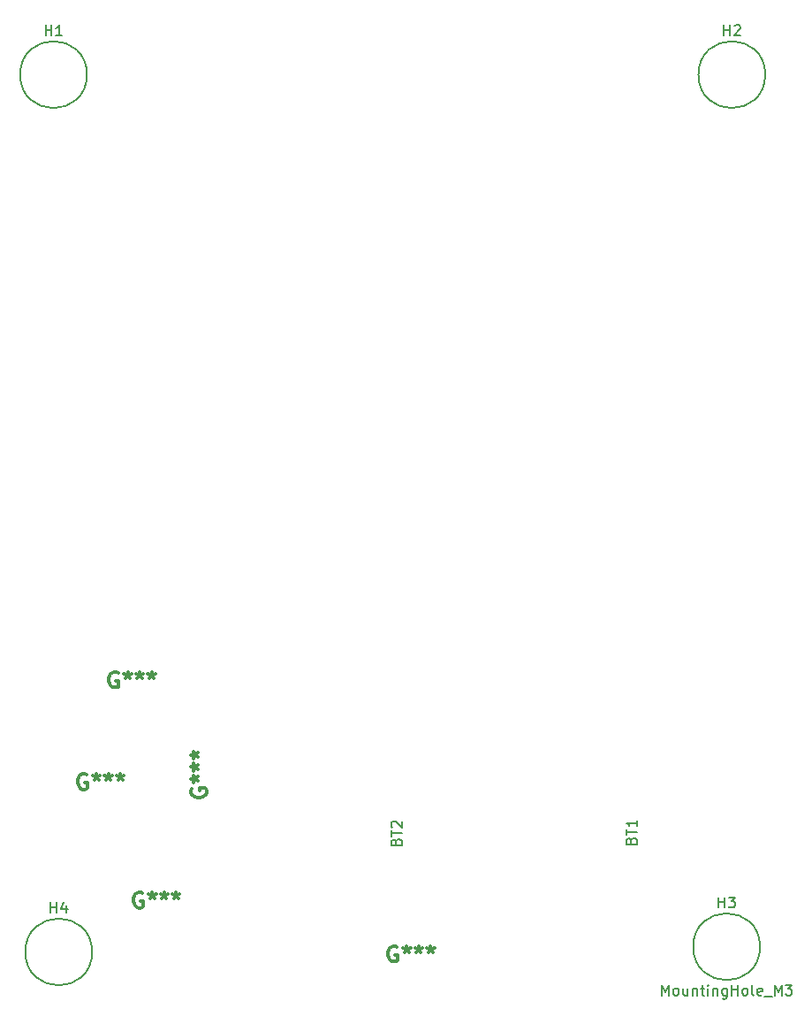
<source format=gbr>
%TF.GenerationSoftware,KiCad,Pcbnew,8.0.4*%
%TF.CreationDate,2024-08-28T17:55:56-04:00*%
%TF.ProjectId,imu-array,696d752d-6172-4726-9179-2e6b69636164,rev?*%
%TF.SameCoordinates,Original*%
%TF.FileFunction,Other,Comment*%
%FSLAX46Y46*%
G04 Gerber Fmt 4.6, Leading zero omitted, Abs format (unit mm)*
G04 Created by KiCad (PCBNEW 8.0.4) date 2024-08-28 17:55:56*
%MOMM*%
%LPD*%
G01*
G04 APERTURE LIST*
%ADD10C,0.300000*%
%ADD11C,0.150000*%
G04 APERTURE END LIST*
D10*
X165749757Y-101366916D02*
X165678328Y-101509774D01*
X165678328Y-101509774D02*
X165678328Y-101724059D01*
X165678328Y-101724059D02*
X165749757Y-101938345D01*
X165749757Y-101938345D02*
X165892614Y-102081202D01*
X165892614Y-102081202D02*
X166035471Y-102152631D01*
X166035471Y-102152631D02*
X166321185Y-102224059D01*
X166321185Y-102224059D02*
X166535471Y-102224059D01*
X166535471Y-102224059D02*
X166821185Y-102152631D01*
X166821185Y-102152631D02*
X166964042Y-102081202D01*
X166964042Y-102081202D02*
X167106900Y-101938345D01*
X167106900Y-101938345D02*
X167178328Y-101724059D01*
X167178328Y-101724059D02*
X167178328Y-101581202D01*
X167178328Y-101581202D02*
X167106900Y-101366916D01*
X167106900Y-101366916D02*
X167035471Y-101295488D01*
X167035471Y-101295488D02*
X166535471Y-101295488D01*
X166535471Y-101295488D02*
X166535471Y-101581202D01*
X165678328Y-100438345D02*
X166035471Y-100438345D01*
X165892614Y-100795488D02*
X166035471Y-100438345D01*
X166035471Y-100438345D02*
X165892614Y-100081202D01*
X166321185Y-100652631D02*
X166035471Y-100438345D01*
X166035471Y-100438345D02*
X166321185Y-100224059D01*
X165678328Y-99295488D02*
X166035471Y-99295488D01*
X165892614Y-99652631D02*
X166035471Y-99295488D01*
X166035471Y-99295488D02*
X165892614Y-98938345D01*
X166321185Y-99509774D02*
X166035471Y-99295488D01*
X166035471Y-99295488D02*
X166321185Y-99081202D01*
X165678328Y-98152631D02*
X166035471Y-98152631D01*
X165892614Y-98509774D02*
X166035471Y-98152631D01*
X166035471Y-98152631D02*
X165892614Y-97795488D01*
X166321185Y-98366917D02*
X166035471Y-98152631D01*
X166035471Y-98152631D02*
X166321185Y-97938345D01*
X155678572Y-99999757D02*
X155535715Y-99928328D01*
X155535715Y-99928328D02*
X155321429Y-99928328D01*
X155321429Y-99928328D02*
X155107143Y-99999757D01*
X155107143Y-99999757D02*
X154964286Y-100142614D01*
X154964286Y-100142614D02*
X154892857Y-100285471D01*
X154892857Y-100285471D02*
X154821429Y-100571185D01*
X154821429Y-100571185D02*
X154821429Y-100785471D01*
X154821429Y-100785471D02*
X154892857Y-101071185D01*
X154892857Y-101071185D02*
X154964286Y-101214042D01*
X154964286Y-101214042D02*
X155107143Y-101356900D01*
X155107143Y-101356900D02*
X155321429Y-101428328D01*
X155321429Y-101428328D02*
X155464286Y-101428328D01*
X155464286Y-101428328D02*
X155678572Y-101356900D01*
X155678572Y-101356900D02*
X155750000Y-101285471D01*
X155750000Y-101285471D02*
X155750000Y-100785471D01*
X155750000Y-100785471D02*
X155464286Y-100785471D01*
X156607143Y-99928328D02*
X156607143Y-100285471D01*
X156250000Y-100142614D02*
X156607143Y-100285471D01*
X156607143Y-100285471D02*
X156964286Y-100142614D01*
X156392857Y-100571185D02*
X156607143Y-100285471D01*
X156607143Y-100285471D02*
X156821429Y-100571185D01*
X157750000Y-99928328D02*
X157750000Y-100285471D01*
X157392857Y-100142614D02*
X157750000Y-100285471D01*
X157750000Y-100285471D02*
X158107143Y-100142614D01*
X157535714Y-100571185D02*
X157750000Y-100285471D01*
X157750000Y-100285471D02*
X157964286Y-100571185D01*
X158892857Y-99928328D02*
X158892857Y-100285471D01*
X158535714Y-100142614D02*
X158892857Y-100285471D01*
X158892857Y-100285471D02*
X159250000Y-100142614D01*
X158678571Y-100571185D02*
X158892857Y-100285471D01*
X158892857Y-100285471D02*
X159107143Y-100571185D01*
X185428572Y-116499757D02*
X185285715Y-116428328D01*
X185285715Y-116428328D02*
X185071429Y-116428328D01*
X185071429Y-116428328D02*
X184857143Y-116499757D01*
X184857143Y-116499757D02*
X184714286Y-116642614D01*
X184714286Y-116642614D02*
X184642857Y-116785471D01*
X184642857Y-116785471D02*
X184571429Y-117071185D01*
X184571429Y-117071185D02*
X184571429Y-117285471D01*
X184571429Y-117285471D02*
X184642857Y-117571185D01*
X184642857Y-117571185D02*
X184714286Y-117714042D01*
X184714286Y-117714042D02*
X184857143Y-117856900D01*
X184857143Y-117856900D02*
X185071429Y-117928328D01*
X185071429Y-117928328D02*
X185214286Y-117928328D01*
X185214286Y-117928328D02*
X185428572Y-117856900D01*
X185428572Y-117856900D02*
X185500000Y-117785471D01*
X185500000Y-117785471D02*
X185500000Y-117285471D01*
X185500000Y-117285471D02*
X185214286Y-117285471D01*
X186357143Y-116428328D02*
X186357143Y-116785471D01*
X186000000Y-116642614D02*
X186357143Y-116785471D01*
X186357143Y-116785471D02*
X186714286Y-116642614D01*
X186142857Y-117071185D02*
X186357143Y-116785471D01*
X186357143Y-116785471D02*
X186571429Y-117071185D01*
X187500000Y-116428328D02*
X187500000Y-116785471D01*
X187142857Y-116642614D02*
X187500000Y-116785471D01*
X187500000Y-116785471D02*
X187857143Y-116642614D01*
X187285714Y-117071185D02*
X187500000Y-116785471D01*
X187500000Y-116785471D02*
X187714286Y-117071185D01*
X188642857Y-116428328D02*
X188642857Y-116785471D01*
X188285714Y-116642614D02*
X188642857Y-116785471D01*
X188642857Y-116785471D02*
X189000000Y-116642614D01*
X188428571Y-117071185D02*
X188642857Y-116785471D01*
X188642857Y-116785471D02*
X188857143Y-117071185D01*
X161029735Y-111336579D02*
X160886878Y-111265150D01*
X160886878Y-111265150D02*
X160672592Y-111265150D01*
X160672592Y-111265150D02*
X160458306Y-111336579D01*
X160458306Y-111336579D02*
X160315449Y-111479436D01*
X160315449Y-111479436D02*
X160244020Y-111622293D01*
X160244020Y-111622293D02*
X160172592Y-111908007D01*
X160172592Y-111908007D02*
X160172592Y-112122293D01*
X160172592Y-112122293D02*
X160244020Y-112408007D01*
X160244020Y-112408007D02*
X160315449Y-112550864D01*
X160315449Y-112550864D02*
X160458306Y-112693722D01*
X160458306Y-112693722D02*
X160672592Y-112765150D01*
X160672592Y-112765150D02*
X160815449Y-112765150D01*
X160815449Y-112765150D02*
X161029735Y-112693722D01*
X161029735Y-112693722D02*
X161101163Y-112622293D01*
X161101163Y-112622293D02*
X161101163Y-112122293D01*
X161101163Y-112122293D02*
X160815449Y-112122293D01*
X161958306Y-111265150D02*
X161958306Y-111622293D01*
X161601163Y-111479436D02*
X161958306Y-111622293D01*
X161958306Y-111622293D02*
X162315449Y-111479436D01*
X161744020Y-111908007D02*
X161958306Y-111622293D01*
X161958306Y-111622293D02*
X162172592Y-111908007D01*
X163101163Y-111265150D02*
X163101163Y-111622293D01*
X162744020Y-111479436D02*
X163101163Y-111622293D01*
X163101163Y-111622293D02*
X163458306Y-111479436D01*
X162886877Y-111908007D02*
X163101163Y-111622293D01*
X163101163Y-111622293D02*
X163315449Y-111908007D01*
X164244020Y-111265150D02*
X164244020Y-111622293D01*
X163886877Y-111479436D02*
X164244020Y-111622293D01*
X164244020Y-111622293D02*
X164601163Y-111479436D01*
X164029734Y-111908007D02*
X164244020Y-111622293D01*
X164244020Y-111622293D02*
X164458306Y-111908007D01*
D11*
X185331009Y-106455714D02*
X185378628Y-106312857D01*
X185378628Y-106312857D02*
X185426247Y-106265238D01*
X185426247Y-106265238D02*
X185521485Y-106217619D01*
X185521485Y-106217619D02*
X185664342Y-106217619D01*
X185664342Y-106217619D02*
X185759580Y-106265238D01*
X185759580Y-106265238D02*
X185807200Y-106312857D01*
X185807200Y-106312857D02*
X185854819Y-106408095D01*
X185854819Y-106408095D02*
X185854819Y-106789047D01*
X185854819Y-106789047D02*
X184854819Y-106789047D01*
X184854819Y-106789047D02*
X184854819Y-106455714D01*
X184854819Y-106455714D02*
X184902438Y-106360476D01*
X184902438Y-106360476D02*
X184950057Y-106312857D01*
X184950057Y-106312857D02*
X185045295Y-106265238D01*
X185045295Y-106265238D02*
X185140533Y-106265238D01*
X185140533Y-106265238D02*
X185235771Y-106312857D01*
X185235771Y-106312857D02*
X185283390Y-106360476D01*
X185283390Y-106360476D02*
X185331009Y-106455714D01*
X185331009Y-106455714D02*
X185331009Y-106789047D01*
X184854819Y-105931904D02*
X184854819Y-105360476D01*
X185854819Y-105646190D02*
X184854819Y-105646190D01*
X184950057Y-105074761D02*
X184902438Y-105027142D01*
X184902438Y-105027142D02*
X184854819Y-104931904D01*
X184854819Y-104931904D02*
X184854819Y-104693809D01*
X184854819Y-104693809D02*
X184902438Y-104598571D01*
X184902438Y-104598571D02*
X184950057Y-104550952D01*
X184950057Y-104550952D02*
X185045295Y-104503333D01*
X185045295Y-104503333D02*
X185140533Y-104503333D01*
X185140533Y-104503333D02*
X185283390Y-104550952D01*
X185283390Y-104550952D02*
X185854819Y-105122380D01*
X185854819Y-105122380D02*
X185854819Y-104503333D01*
X207861009Y-106340714D02*
X207908628Y-106197857D01*
X207908628Y-106197857D02*
X207956247Y-106150238D01*
X207956247Y-106150238D02*
X208051485Y-106102619D01*
X208051485Y-106102619D02*
X208194342Y-106102619D01*
X208194342Y-106102619D02*
X208289580Y-106150238D01*
X208289580Y-106150238D02*
X208337200Y-106197857D01*
X208337200Y-106197857D02*
X208384819Y-106293095D01*
X208384819Y-106293095D02*
X208384819Y-106674047D01*
X208384819Y-106674047D02*
X207384819Y-106674047D01*
X207384819Y-106674047D02*
X207384819Y-106340714D01*
X207384819Y-106340714D02*
X207432438Y-106245476D01*
X207432438Y-106245476D02*
X207480057Y-106197857D01*
X207480057Y-106197857D02*
X207575295Y-106150238D01*
X207575295Y-106150238D02*
X207670533Y-106150238D01*
X207670533Y-106150238D02*
X207765771Y-106197857D01*
X207765771Y-106197857D02*
X207813390Y-106245476D01*
X207813390Y-106245476D02*
X207861009Y-106340714D01*
X207861009Y-106340714D02*
X207861009Y-106674047D01*
X207384819Y-105816904D02*
X207384819Y-105245476D01*
X208384819Y-105531190D02*
X207384819Y-105531190D01*
X208384819Y-104388333D02*
X208384819Y-104959761D01*
X208384819Y-104674047D02*
X207384819Y-104674047D01*
X207384819Y-104674047D02*
X207527676Y-104769285D01*
X207527676Y-104769285D02*
X207622914Y-104864523D01*
X207622914Y-104864523D02*
X207670533Y-104959761D01*
X152238095Y-113254819D02*
X152238095Y-112254819D01*
X152238095Y-112731009D02*
X152809523Y-112731009D01*
X152809523Y-113254819D02*
X152809523Y-112254819D01*
X153714285Y-112588152D02*
X153714285Y-113254819D01*
X153476190Y-112207200D02*
X153238095Y-112921485D01*
X153238095Y-112921485D02*
X153857142Y-112921485D01*
X216238095Y-112754819D02*
X216238095Y-111754819D01*
X216238095Y-112231009D02*
X216809523Y-112231009D01*
X216809523Y-112754819D02*
X216809523Y-111754819D01*
X217190476Y-111754819D02*
X217809523Y-111754819D01*
X217809523Y-111754819D02*
X217476190Y-112135771D01*
X217476190Y-112135771D02*
X217619047Y-112135771D01*
X217619047Y-112135771D02*
X217714285Y-112183390D01*
X217714285Y-112183390D02*
X217761904Y-112231009D01*
X217761904Y-112231009D02*
X217809523Y-112326247D01*
X217809523Y-112326247D02*
X217809523Y-112564342D01*
X217809523Y-112564342D02*
X217761904Y-112659580D01*
X217761904Y-112659580D02*
X217714285Y-112707200D01*
X217714285Y-112707200D02*
X217619047Y-112754819D01*
X217619047Y-112754819D02*
X217333333Y-112754819D01*
X217333333Y-112754819D02*
X217238095Y-112707200D01*
X217238095Y-112707200D02*
X217190476Y-112659580D01*
X210785714Y-121154819D02*
X210785714Y-120154819D01*
X210785714Y-120154819D02*
X211119047Y-120869104D01*
X211119047Y-120869104D02*
X211452380Y-120154819D01*
X211452380Y-120154819D02*
X211452380Y-121154819D01*
X212071428Y-121154819D02*
X211976190Y-121107200D01*
X211976190Y-121107200D02*
X211928571Y-121059580D01*
X211928571Y-121059580D02*
X211880952Y-120964342D01*
X211880952Y-120964342D02*
X211880952Y-120678628D01*
X211880952Y-120678628D02*
X211928571Y-120583390D01*
X211928571Y-120583390D02*
X211976190Y-120535771D01*
X211976190Y-120535771D02*
X212071428Y-120488152D01*
X212071428Y-120488152D02*
X212214285Y-120488152D01*
X212214285Y-120488152D02*
X212309523Y-120535771D01*
X212309523Y-120535771D02*
X212357142Y-120583390D01*
X212357142Y-120583390D02*
X212404761Y-120678628D01*
X212404761Y-120678628D02*
X212404761Y-120964342D01*
X212404761Y-120964342D02*
X212357142Y-121059580D01*
X212357142Y-121059580D02*
X212309523Y-121107200D01*
X212309523Y-121107200D02*
X212214285Y-121154819D01*
X212214285Y-121154819D02*
X212071428Y-121154819D01*
X213261904Y-120488152D02*
X213261904Y-121154819D01*
X212833333Y-120488152D02*
X212833333Y-121011961D01*
X212833333Y-121011961D02*
X212880952Y-121107200D01*
X212880952Y-121107200D02*
X212976190Y-121154819D01*
X212976190Y-121154819D02*
X213119047Y-121154819D01*
X213119047Y-121154819D02*
X213214285Y-121107200D01*
X213214285Y-121107200D02*
X213261904Y-121059580D01*
X213738095Y-120488152D02*
X213738095Y-121154819D01*
X213738095Y-120583390D02*
X213785714Y-120535771D01*
X213785714Y-120535771D02*
X213880952Y-120488152D01*
X213880952Y-120488152D02*
X214023809Y-120488152D01*
X214023809Y-120488152D02*
X214119047Y-120535771D01*
X214119047Y-120535771D02*
X214166666Y-120631009D01*
X214166666Y-120631009D02*
X214166666Y-121154819D01*
X214500000Y-120488152D02*
X214880952Y-120488152D01*
X214642857Y-120154819D02*
X214642857Y-121011961D01*
X214642857Y-121011961D02*
X214690476Y-121107200D01*
X214690476Y-121107200D02*
X214785714Y-121154819D01*
X214785714Y-121154819D02*
X214880952Y-121154819D01*
X215214286Y-121154819D02*
X215214286Y-120488152D01*
X215214286Y-120154819D02*
X215166667Y-120202438D01*
X215166667Y-120202438D02*
X215214286Y-120250057D01*
X215214286Y-120250057D02*
X215261905Y-120202438D01*
X215261905Y-120202438D02*
X215214286Y-120154819D01*
X215214286Y-120154819D02*
X215214286Y-120250057D01*
X215690476Y-120488152D02*
X215690476Y-121154819D01*
X215690476Y-120583390D02*
X215738095Y-120535771D01*
X215738095Y-120535771D02*
X215833333Y-120488152D01*
X215833333Y-120488152D02*
X215976190Y-120488152D01*
X215976190Y-120488152D02*
X216071428Y-120535771D01*
X216071428Y-120535771D02*
X216119047Y-120631009D01*
X216119047Y-120631009D02*
X216119047Y-121154819D01*
X217023809Y-120488152D02*
X217023809Y-121297676D01*
X217023809Y-121297676D02*
X216976190Y-121392914D01*
X216976190Y-121392914D02*
X216928571Y-121440533D01*
X216928571Y-121440533D02*
X216833333Y-121488152D01*
X216833333Y-121488152D02*
X216690476Y-121488152D01*
X216690476Y-121488152D02*
X216595238Y-121440533D01*
X217023809Y-121107200D02*
X216928571Y-121154819D01*
X216928571Y-121154819D02*
X216738095Y-121154819D01*
X216738095Y-121154819D02*
X216642857Y-121107200D01*
X216642857Y-121107200D02*
X216595238Y-121059580D01*
X216595238Y-121059580D02*
X216547619Y-120964342D01*
X216547619Y-120964342D02*
X216547619Y-120678628D01*
X216547619Y-120678628D02*
X216595238Y-120583390D01*
X216595238Y-120583390D02*
X216642857Y-120535771D01*
X216642857Y-120535771D02*
X216738095Y-120488152D01*
X216738095Y-120488152D02*
X216928571Y-120488152D01*
X216928571Y-120488152D02*
X217023809Y-120535771D01*
X217500000Y-121154819D02*
X217500000Y-120154819D01*
X217500000Y-120631009D02*
X218071428Y-120631009D01*
X218071428Y-121154819D02*
X218071428Y-120154819D01*
X218690476Y-121154819D02*
X218595238Y-121107200D01*
X218595238Y-121107200D02*
X218547619Y-121059580D01*
X218547619Y-121059580D02*
X218500000Y-120964342D01*
X218500000Y-120964342D02*
X218500000Y-120678628D01*
X218500000Y-120678628D02*
X218547619Y-120583390D01*
X218547619Y-120583390D02*
X218595238Y-120535771D01*
X218595238Y-120535771D02*
X218690476Y-120488152D01*
X218690476Y-120488152D02*
X218833333Y-120488152D01*
X218833333Y-120488152D02*
X218928571Y-120535771D01*
X218928571Y-120535771D02*
X218976190Y-120583390D01*
X218976190Y-120583390D02*
X219023809Y-120678628D01*
X219023809Y-120678628D02*
X219023809Y-120964342D01*
X219023809Y-120964342D02*
X218976190Y-121059580D01*
X218976190Y-121059580D02*
X218928571Y-121107200D01*
X218928571Y-121107200D02*
X218833333Y-121154819D01*
X218833333Y-121154819D02*
X218690476Y-121154819D01*
X219595238Y-121154819D02*
X219500000Y-121107200D01*
X219500000Y-121107200D02*
X219452381Y-121011961D01*
X219452381Y-121011961D02*
X219452381Y-120154819D01*
X220357143Y-121107200D02*
X220261905Y-121154819D01*
X220261905Y-121154819D02*
X220071429Y-121154819D01*
X220071429Y-121154819D02*
X219976191Y-121107200D01*
X219976191Y-121107200D02*
X219928572Y-121011961D01*
X219928572Y-121011961D02*
X219928572Y-120631009D01*
X219928572Y-120631009D02*
X219976191Y-120535771D01*
X219976191Y-120535771D02*
X220071429Y-120488152D01*
X220071429Y-120488152D02*
X220261905Y-120488152D01*
X220261905Y-120488152D02*
X220357143Y-120535771D01*
X220357143Y-120535771D02*
X220404762Y-120631009D01*
X220404762Y-120631009D02*
X220404762Y-120726247D01*
X220404762Y-120726247D02*
X219928572Y-120821485D01*
X220595239Y-121250057D02*
X221357143Y-121250057D01*
X221595239Y-121154819D02*
X221595239Y-120154819D01*
X221595239Y-120154819D02*
X221928572Y-120869104D01*
X221928572Y-120869104D02*
X222261905Y-120154819D01*
X222261905Y-120154819D02*
X222261905Y-121154819D01*
X222642858Y-120154819D02*
X223261905Y-120154819D01*
X223261905Y-120154819D02*
X222928572Y-120535771D01*
X222928572Y-120535771D02*
X223071429Y-120535771D01*
X223071429Y-120535771D02*
X223166667Y-120583390D01*
X223166667Y-120583390D02*
X223214286Y-120631009D01*
X223214286Y-120631009D02*
X223261905Y-120726247D01*
X223261905Y-120726247D02*
X223261905Y-120964342D01*
X223261905Y-120964342D02*
X223214286Y-121059580D01*
X223214286Y-121059580D02*
X223166667Y-121107200D01*
X223166667Y-121107200D02*
X223071429Y-121154819D01*
X223071429Y-121154819D02*
X222785715Y-121154819D01*
X222785715Y-121154819D02*
X222690477Y-121107200D01*
X222690477Y-121107200D02*
X222642858Y-121059580D01*
X216738095Y-29254819D02*
X216738095Y-28254819D01*
X216738095Y-28731009D02*
X217309523Y-28731009D01*
X217309523Y-29254819D02*
X217309523Y-28254819D01*
X217738095Y-28350057D02*
X217785714Y-28302438D01*
X217785714Y-28302438D02*
X217880952Y-28254819D01*
X217880952Y-28254819D02*
X218119047Y-28254819D01*
X218119047Y-28254819D02*
X218214285Y-28302438D01*
X218214285Y-28302438D02*
X218261904Y-28350057D01*
X218261904Y-28350057D02*
X218309523Y-28445295D01*
X218309523Y-28445295D02*
X218309523Y-28540533D01*
X218309523Y-28540533D02*
X218261904Y-28683390D01*
X218261904Y-28683390D02*
X217690476Y-29254819D01*
X217690476Y-29254819D02*
X218309523Y-29254819D01*
X151738095Y-29254819D02*
X151738095Y-28254819D01*
X151738095Y-28731009D02*
X152309523Y-28731009D01*
X152309523Y-29254819D02*
X152309523Y-28254819D01*
X153309523Y-29254819D02*
X152738095Y-29254819D01*
X153023809Y-29254819D02*
X153023809Y-28254819D01*
X153023809Y-28254819D02*
X152928571Y-28397676D01*
X152928571Y-28397676D02*
X152833333Y-28492914D01*
X152833333Y-28492914D02*
X152738095Y-28540533D01*
D10*
X158678572Y-90249757D02*
X158535715Y-90178328D01*
X158535715Y-90178328D02*
X158321429Y-90178328D01*
X158321429Y-90178328D02*
X158107143Y-90249757D01*
X158107143Y-90249757D02*
X157964286Y-90392614D01*
X157964286Y-90392614D02*
X157892857Y-90535471D01*
X157892857Y-90535471D02*
X157821429Y-90821185D01*
X157821429Y-90821185D02*
X157821429Y-91035471D01*
X157821429Y-91035471D02*
X157892857Y-91321185D01*
X157892857Y-91321185D02*
X157964286Y-91464042D01*
X157964286Y-91464042D02*
X158107143Y-91606900D01*
X158107143Y-91606900D02*
X158321429Y-91678328D01*
X158321429Y-91678328D02*
X158464286Y-91678328D01*
X158464286Y-91678328D02*
X158678572Y-91606900D01*
X158678572Y-91606900D02*
X158750000Y-91535471D01*
X158750000Y-91535471D02*
X158750000Y-91035471D01*
X158750000Y-91035471D02*
X158464286Y-91035471D01*
X159607143Y-90178328D02*
X159607143Y-90535471D01*
X159250000Y-90392614D02*
X159607143Y-90535471D01*
X159607143Y-90535471D02*
X159964286Y-90392614D01*
X159392857Y-90821185D02*
X159607143Y-90535471D01*
X159607143Y-90535471D02*
X159821429Y-90821185D01*
X160750000Y-90178328D02*
X160750000Y-90535471D01*
X160392857Y-90392614D02*
X160750000Y-90535471D01*
X160750000Y-90535471D02*
X161107143Y-90392614D01*
X160535714Y-90821185D02*
X160750000Y-90535471D01*
X160750000Y-90535471D02*
X160964286Y-90821185D01*
X161892857Y-90178328D02*
X161892857Y-90535471D01*
X161535714Y-90392614D02*
X161892857Y-90535471D01*
X161892857Y-90535471D02*
X162250000Y-90392614D01*
X161678571Y-90821185D02*
X161892857Y-90535471D01*
X161892857Y-90535471D02*
X162107143Y-90821185D01*
D11*
%TO.C,H4*%
X156200000Y-117000000D02*
G75*
G02*
X149800000Y-117000000I-3200000J0D01*
G01*
X149800000Y-117000000D02*
G75*
G02*
X156200000Y-117000000I3200000J0D01*
G01*
%TO.C,H3*%
X220200000Y-116500000D02*
G75*
G02*
X213800000Y-116500000I-3200000J0D01*
G01*
X213800000Y-116500000D02*
G75*
G02*
X220200000Y-116500000I3200000J0D01*
G01*
%TO.C,H2*%
X220700000Y-33000000D02*
G75*
G02*
X214300000Y-33000000I-3200000J0D01*
G01*
X214300000Y-33000000D02*
G75*
G02*
X220700000Y-33000000I3200000J0D01*
G01*
%TO.C,H1*%
X155700000Y-33000000D02*
G75*
G02*
X149300000Y-33000000I-3200000J0D01*
G01*
X149300000Y-33000000D02*
G75*
G02*
X155700000Y-33000000I3200000J0D01*
G01*
%TD*%
M02*

</source>
